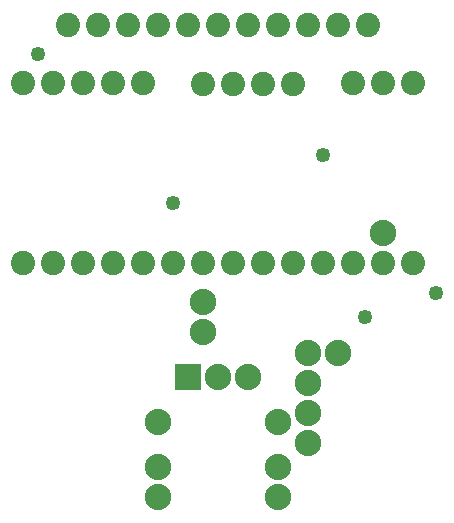
<source format=gts>
G04 MADE WITH FRITZING*
G04 WWW.FRITZING.ORG*
G04 DOUBLE SIDED*
G04 HOLES PLATED*
G04 CONTOUR ON CENTER OF CONTOUR VECTOR*
%ASAXBY*%
%FSLAX23Y23*%
%MOIN*%
%OFA0B0*%
%SFA1.0B1.0*%
%ADD10C,0.049370*%
%ADD11C,0.080866*%
%ADD12C,0.088000*%
%ADD13R,0.088000X0.088000*%
%LNMASK1*%
G90*
G70*
G54D10*
X1200Y1242D03*
X700Y1081D03*
G54D11*
X1499Y1480D03*
X1399Y1480D03*
X1299Y1480D03*
X1100Y1479D03*
X1000Y1479D03*
X900Y1479D03*
X800Y1479D03*
X600Y1480D03*
X500Y1480D03*
X400Y1480D03*
X300Y1480D03*
X200Y1480D03*
X1500Y880D03*
X1400Y880D03*
X1300Y880D03*
X1200Y880D03*
X1100Y880D03*
X1000Y880D03*
X900Y880D03*
X800Y880D03*
X700Y880D03*
X600Y880D03*
X500Y880D03*
X400Y880D03*
X300Y880D03*
X200Y880D03*
G54D10*
X249Y1578D03*
G54D12*
X1050Y100D03*
X650Y100D03*
X650Y350D03*
X1050Y200D03*
X1050Y350D03*
X650Y200D03*
G54D11*
X350Y1675D03*
X450Y1675D03*
X550Y1675D03*
X650Y1675D03*
X750Y1675D03*
X850Y1675D03*
X950Y1675D03*
X1050Y1675D03*
X1150Y1675D03*
X1250Y1675D03*
X1350Y1675D03*
X350Y1675D03*
X450Y1675D03*
X550Y1675D03*
X650Y1675D03*
X750Y1675D03*
X850Y1675D03*
X950Y1675D03*
X1050Y1675D03*
X1150Y1675D03*
X1250Y1675D03*
X1350Y1675D03*
G54D12*
X800Y750D03*
X800Y650D03*
X1150Y580D03*
X1250Y580D03*
X1150Y280D03*
X1150Y380D03*
X1150Y480D03*
X750Y500D03*
X850Y500D03*
X950Y500D03*
X1399Y981D03*
G54D10*
X1578Y780D03*
X1341Y702D03*
G54D13*
X750Y500D03*
G04 End of Mask1*
M02*
</source>
